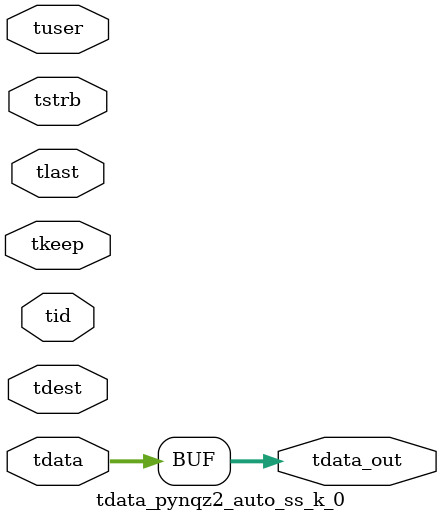
<source format=v>


`timescale 1ps/1ps

module tdata_pynqz2_auto_ss_k_0 #
(
parameter C_S_AXIS_TDATA_WIDTH = 32,
parameter C_S_AXIS_TUSER_WIDTH = 0,
parameter C_S_AXIS_TID_WIDTH   = 0,
parameter C_S_AXIS_TDEST_WIDTH = 0,
parameter C_M_AXIS_TDATA_WIDTH = 32
)
(
input  [(C_S_AXIS_TDATA_WIDTH == 0 ? 1 : C_S_AXIS_TDATA_WIDTH)-1:0     ] tdata,
input  [(C_S_AXIS_TUSER_WIDTH == 0 ? 1 : C_S_AXIS_TUSER_WIDTH)-1:0     ] tuser,
input  [(C_S_AXIS_TID_WIDTH   == 0 ? 1 : C_S_AXIS_TID_WIDTH)-1:0       ] tid,
input  [(C_S_AXIS_TDEST_WIDTH == 0 ? 1 : C_S_AXIS_TDEST_WIDTH)-1:0     ] tdest,
input  [(C_S_AXIS_TDATA_WIDTH/8)-1:0 ] tkeep,
input  [(C_S_AXIS_TDATA_WIDTH/8)-1:0 ] tstrb,
input                                                                    tlast,
output [C_M_AXIS_TDATA_WIDTH-1:0] tdata_out
);

assign tdata_out = {tdata[63:0]};

endmodule


</source>
